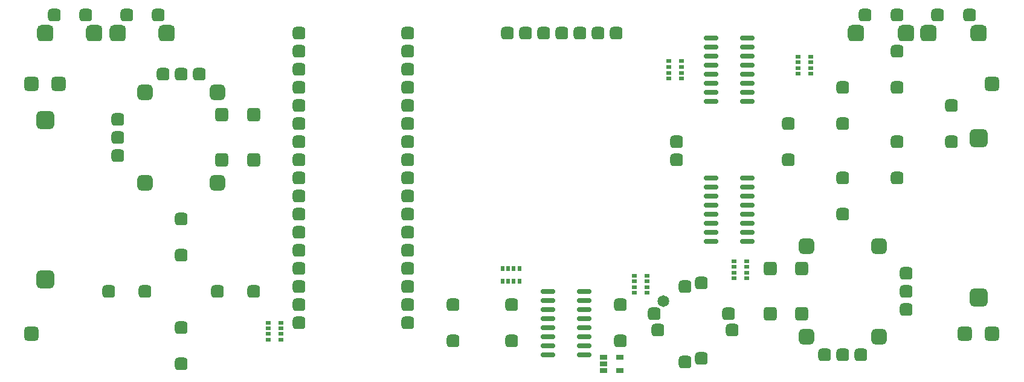
<source format=gbr>
%TF.GenerationSoftware,KiCad,Pcbnew,7.0.2*%
%TF.CreationDate,2024-04-24T22:24:52-04:00*%
%TF.ProjectId,MK2_1,4d4b325f-312e-46b6-9963-61645f706362,1*%
%TF.SameCoordinates,Original*%
%TF.FileFunction,Soldermask,Top*%
%TF.FilePolarity,Negative*%
%FSLAX45Y45*%
G04 Gerber Fmt 4.5, Leading zero omitted, Abs format (unit mm)*
G04 Created by KiCad (PCBNEW 7.0.2) date 2024-04-24 22:24:52*
%MOMM*%
%LPD*%
G01*
G04 APERTURE LIST*
G04 Aperture macros list*
%AMRoundRect*
0 Rectangle with rounded corners*
0 $1 Rounding radius*
0 $2 $3 $4 $5 $6 $7 $8 $9 X,Y pos of 4 corners*
0 Add a 4 corners polygon primitive as box body*
4,1,4,$2,$3,$4,$5,$6,$7,$8,$9,$2,$3,0*
0 Add four circle primitives for the rounded corners*
1,1,$1+$1,$2,$3*
1,1,$1+$1,$4,$5*
1,1,$1+$1,$6,$7*
1,1,$1+$1,$8,$9*
0 Add four rect primitives between the rounded corners*
20,1,$1+$1,$2,$3,$4,$5,0*
20,1,$1+$1,$4,$5,$6,$7,0*
20,1,$1+$1,$6,$7,$8,$9,0*
20,1,$1+$1,$8,$9,$2,$3,0*%
G04 Aperture macros list end*
%ADD10RoundRect,0.158750X-0.857250X-0.158750X0.857250X-0.158750X0.857250X0.158750X-0.857250X0.158750X0*%
%ADD11R,0.762000X0.508000*%
%ADD12R,0.508000X0.762000*%
%ADD13R,1.016000X0.635000*%
%ADD14RoundRect,0.571500X0.571500X-0.571500X0.571500X0.571500X-0.571500X0.571500X-0.571500X-0.571500X0*%
%ADD15RoundRect,0.444500X-0.444500X-0.444500X0.444500X-0.444500X0.444500X0.444500X-0.444500X0.444500X0*%
%ADD16RoundRect,0.444500X0.444500X-0.444500X0.444500X0.444500X-0.444500X0.444500X-0.444500X-0.444500X0*%
%ADD17RoundRect,0.508000X-0.508000X-0.508000X0.508000X-0.508000X0.508000X0.508000X-0.508000X0.508000X0*%
%ADD18RoundRect,0.539750X-0.539750X-0.539750X0.539750X-0.539750X0.539750X0.539750X-0.539750X0.539750X0*%
%ADD19RoundRect,0.476250X-0.476250X-0.476250X0.476250X-0.476250X0.476250X0.476250X-0.476250X0.476250X0*%
%ADD20RoundRect,0.635000X-0.635000X-0.635000X0.635000X-0.635000X0.635000X0.635000X-0.635000X0.635000X0*%
%ADD21RoundRect,0.508000X-0.508000X0.508000X-0.508000X-0.508000X0.508000X-0.508000X0.508000X0.508000X0*%
%ADD22RoundRect,0.508000X0.508000X0.508000X-0.508000X0.508000X-0.508000X-0.508000X0.508000X-0.508000X0*%
%ADD23RoundRect,0.635000X0.635000X0.635000X-0.635000X0.635000X-0.635000X-0.635000X0.635000X-0.635000X0*%
%ADD24RoundRect,0.444500X0.444500X0.444500X-0.444500X0.444500X-0.444500X-0.444500X0.444500X-0.444500X0*%
%ADD25RoundRect,0.508000X0.508000X-0.508000X0.508000X0.508000X-0.508000X0.508000X-0.508000X-0.508000X0*%
%ADD26RoundRect,0.444500X-0.444500X0.444500X-0.444500X-0.444500X0.444500X-0.444500X0.444500X0.444500X0*%
%ADD27C,1.651000*%
G04 APERTURE END LIST*
D10*
%TO.C,C2*%
X13779500Y-2857500D03*
X13779500Y-2984500D03*
X13779500Y-3111500D03*
X13779500Y-3238500D03*
X13779500Y-3365500D03*
X13779500Y-3492500D03*
X13779500Y-3619500D03*
X13779500Y-3746500D03*
X14287500Y-3746500D03*
X14287500Y-3619500D03*
X14287500Y-3492500D03*
X14287500Y-3365500D03*
X14287500Y-3238500D03*
X14287500Y-3111500D03*
X14287500Y-2984500D03*
X14287500Y-2857500D03*
%TD*%
%TO.C,C1*%
X11493500Y-6413500D03*
X11493500Y-6540500D03*
X11493500Y-6667500D03*
X11493500Y-6794500D03*
X11493500Y-6921500D03*
X11493500Y-7048500D03*
X11493500Y-7175500D03*
X11493500Y-7302500D03*
X12001500Y-7302500D03*
X12001500Y-7175500D03*
X12001500Y-7048500D03*
X12001500Y-6921500D03*
X12001500Y-6794500D03*
X12001500Y-6667500D03*
X12001500Y-6540500D03*
X12001500Y-6413500D03*
%TD*%
%TO.C,C3*%
X13779500Y-4826000D03*
X13779500Y-4953000D03*
X13779500Y-5080000D03*
X13779500Y-5207000D03*
X13779500Y-5334000D03*
X13779500Y-5461000D03*
X13779500Y-5588000D03*
X13779500Y-5715000D03*
X14287500Y-5715000D03*
X14287500Y-5588000D03*
X14287500Y-5461000D03*
X14287500Y-5334000D03*
X14287500Y-5207000D03*
X14287500Y-5080000D03*
X14287500Y-4953000D03*
X14287500Y-4826000D03*
%TD*%
D11*
%TO.C,REF\u002A\u002A*%
X13182600Y-3181350D03*
X13182600Y-3263900D03*
X13182600Y-3346450D03*
X13182600Y-3422650D03*
X13360400Y-3422650D03*
X13360400Y-3346450D03*
X13360400Y-3263900D03*
X13360400Y-3181350D03*
%TD*%
%TO.C,REF\u002A\u002A*%
X14998700Y-3117850D03*
X14998700Y-3200400D03*
X14998700Y-3282950D03*
X14998700Y-3359150D03*
X15176500Y-3359150D03*
X15176500Y-3282950D03*
X15176500Y-3200400D03*
X15176500Y-3117850D03*
%TD*%
%TO.C,REF\u002A\u002A*%
X7747000Y-7092950D03*
X7747000Y-7010400D03*
X7747000Y-6927850D03*
X7747000Y-6851650D03*
X7569200Y-6851650D03*
X7569200Y-6927850D03*
X7569200Y-7010400D03*
X7569200Y-7092950D03*
%TD*%
%TO.C,REF\u002A\u002A*%
X12700000Y-6191250D03*
X12700000Y-6273800D03*
X12700000Y-6356350D03*
X12700000Y-6432550D03*
X12877800Y-6432550D03*
X12877800Y-6356350D03*
X12877800Y-6273800D03*
X12877800Y-6191250D03*
%TD*%
D12*
%TO.C,REF\u002A\u002A*%
X11093450Y-6096000D03*
X11010900Y-6096000D03*
X10928350Y-6096000D03*
X10852150Y-6096000D03*
X10852150Y-6273800D03*
X10928350Y-6273800D03*
X11010900Y-6273800D03*
X11093450Y-6273800D03*
%TD*%
D13*
%TO.C,REF\u002A\u002A*%
X12268200Y-7334250D03*
X12268200Y-7429500D03*
X12268200Y-7524750D03*
X12496800Y-7524750D03*
X12496800Y-7334250D03*
%TD*%
D11*
%TO.C,REF\u002A\u002A*%
X14097000Y-5988050D03*
X14097000Y-6070600D03*
X14097000Y-6153150D03*
X14097000Y-6229350D03*
X14274800Y-6229350D03*
X14274800Y-6153150D03*
X14274800Y-6070600D03*
X14274800Y-5988050D03*
%TD*%
D14*
%TO.C,G0*%
X5461000Y-2794000D03*
%TD*%
%TO.C,G0*%
X15811500Y-2794000D03*
%TD*%
D15*
%TO.C,AM0*%
X8001000Y-3048000D03*
X8001000Y-5588000D03*
X8001000Y-3556000D03*
X8001000Y-3810000D03*
X8001000Y-4064000D03*
X8001000Y-4318000D03*
X8001000Y-4572000D03*
X8001000Y-4826000D03*
X8001000Y-3302000D03*
X8001000Y-6604000D03*
X9525000Y-5334000D03*
X9525000Y-5080000D03*
X9525000Y-4826000D03*
X9525000Y-4572000D03*
X9525000Y-4318000D03*
X9525000Y-4064000D03*
X9525000Y-3810000D03*
X9525000Y-3556000D03*
X9525000Y-3302000D03*
X9525000Y-3048000D03*
X9525000Y-2794000D03*
X8001000Y-2794000D03*
X9525000Y-6858000D03*
X9525000Y-6604000D03*
X8001000Y-6096000D03*
D16*
X9525000Y-5588000D03*
D15*
X8001000Y-5080000D03*
X8001000Y-5334000D03*
X8001000Y-5842000D03*
X9525000Y-5842000D03*
D16*
X9525000Y-6096000D03*
D15*
X8001000Y-6858000D03*
X9525000Y-6350000D03*
X8001000Y-6350000D03*
%TD*%
D17*
%TO.C,P0*%
X4635500Y-3505200D03*
%TD*%
D18*
%TO.C,G0*%
X16129000Y-5778500D03*
%TD*%
%TO.C,G0*%
X6858000Y-4889500D03*
%TD*%
D16*
%TO.C,P0*%
X5461000Y-4000500D03*
%TD*%
%TO.C,P0*%
X12446000Y-2794000D03*
%TD*%
D19*
%TO.C,P0*%
X14605000Y-6096000D03*
%TD*%
D16*
%TO.C,P0*%
X13411200Y-7404100D03*
%TD*%
D15*
%TO.C,B0*%
X6350000Y-5397500D03*
X6350000Y-5905500D03*
%TD*%
%TO.C,B0*%
X12509500Y-6604000D03*
X12509500Y-7112000D03*
%TD*%
D16*
%TO.C,P0*%
X13296900Y-4572000D03*
%TD*%
D20*
%TO.C,G0*%
X4445000Y-6248400D03*
%TD*%
%TO.C,G0*%
X4445000Y-4013200D03*
%TD*%
D21*
%TO.C,P0*%
X17716500Y-7010400D03*
%TD*%
D22*
%TO.C,P0*%
X17335500Y-7010400D03*
%TD*%
%TO.C,P0*%
X17716500Y-3505200D03*
%TD*%
D23*
%TO.C,G0*%
X17526000Y-6502400D03*
%TD*%
%TO.C,G0*%
X17526000Y-4267200D03*
%TD*%
D24*
%TO.C,B0*%
X15621000Y-5334000D03*
X15621000Y-4826000D03*
%TD*%
D16*
%TO.C,P0*%
X11938000Y-2794000D03*
%TD*%
D19*
%TO.C,P0*%
X7366000Y-3937000D03*
%TD*%
D16*
%TO.C,P0*%
X5461000Y-4254500D03*
%TD*%
D19*
%TO.C,P0*%
X6921500Y-4572000D03*
%TD*%
D15*
%TO.C,B0*%
X16383000Y-4318000D03*
X16383000Y-4826000D03*
%TD*%
D19*
%TO.C,P0*%
X14605000Y-6731000D03*
%TD*%
D16*
%TO.C,P0*%
X13639800Y-7353300D03*
%TD*%
D19*
%TO.C,P0*%
X7366000Y-4572000D03*
%TD*%
D15*
%TO.C,B0*%
X10160000Y-6604000D03*
X10160000Y-7112000D03*
%TD*%
D16*
%TO.C,P0*%
X13030200Y-6959600D03*
%TD*%
D19*
%TO.C,P0*%
X15049500Y-6731000D03*
%TD*%
D16*
%TO.C,P0*%
X5588000Y-2540000D03*
%TD*%
%TO.C,P0*%
X11430000Y-2794000D03*
%TD*%
%TO.C,P0*%
X16510000Y-6667500D03*
%TD*%
%TO.C,P0*%
X6032500Y-2540000D03*
%TD*%
D17*
%TO.C,P0*%
X4254500Y-7010400D03*
%TD*%
D15*
%TO.C,B0*%
X17145000Y-3810000D03*
X17145000Y-4318000D03*
%TD*%
D24*
%TO.C,B0*%
X6350000Y-7429500D03*
X6350000Y-6921500D03*
%TD*%
D16*
%TO.C,P0*%
X12979400Y-6731000D03*
%TD*%
%TO.C,P0*%
X11176000Y-2794000D03*
%TD*%
D19*
%TO.C,P0*%
X15049500Y-6096000D03*
%TD*%
D16*
%TO.C,P0*%
X6350000Y-3365500D03*
%TD*%
%TO.C,P0*%
X16383000Y-2540000D03*
%TD*%
%TO.C,P0*%
X14071600Y-6959600D03*
%TD*%
%TO.C,P0*%
X15621000Y-7302500D03*
%TD*%
%TO.C,P0*%
X11684000Y-2794000D03*
%TD*%
D18*
%TO.C,G0*%
X15113000Y-5778500D03*
%TD*%
D16*
%TO.C,P0*%
X16954500Y-2540000D03*
%TD*%
D14*
%TO.C,G0*%
X16827500Y-2794000D03*
%TD*%
D16*
%TO.C,P0*%
X15367000Y-7302500D03*
%TD*%
D18*
%TO.C,G0*%
X15113000Y-7048500D03*
%TD*%
D14*
%TO.C,G0*%
X17526000Y-2794000D03*
%TD*%
%TO.C,G0*%
X4445000Y-2794000D03*
%TD*%
D16*
%TO.C,P0*%
X5461000Y-4508500D03*
%TD*%
%TO.C,P0*%
X17399000Y-2540000D03*
%TD*%
D15*
%TO.C,B0*%
X14859000Y-4064000D03*
X14859000Y-4572000D03*
%TD*%
%TO.C,B0*%
X15621000Y-3556000D03*
X15621000Y-4064000D03*
%TD*%
D16*
%TO.C,P0*%
X15938500Y-2540000D03*
%TD*%
D19*
%TO.C,P0*%
X6921500Y-3937000D03*
%TD*%
D16*
%TO.C,P0*%
X14020800Y-6731000D03*
%TD*%
D18*
%TO.C,G0*%
X5842000Y-4889500D03*
%TD*%
D14*
%TO.C,G0*%
X6146800Y-2794000D03*
%TD*%
D16*
%TO.C,P0*%
X4572000Y-2540000D03*
%TD*%
D15*
%TO.C,B0*%
X16383000Y-3048000D03*
X16383000Y-3556000D03*
%TD*%
D18*
%TO.C,G0*%
X16129000Y-7048500D03*
%TD*%
D16*
%TO.C,P0*%
X6096000Y-3365500D03*
%TD*%
%TO.C,P0*%
X13639800Y-6299200D03*
%TD*%
%TO.C,P0*%
X5016500Y-2540000D03*
%TD*%
D25*
%TO.C,P0*%
X4254500Y-3505200D03*
%TD*%
D16*
%TO.C,P0*%
X13296900Y-4318000D03*
%TD*%
%TO.C,P0*%
X10922000Y-2794000D03*
%TD*%
%TO.C,P0*%
X6604000Y-3365500D03*
%TD*%
%TO.C,P0*%
X16510000Y-6413500D03*
%TD*%
%TO.C,B0*%
X5334000Y-6413500D03*
X5842000Y-6413500D03*
%TD*%
D18*
%TO.C,G0*%
X6858000Y-3619500D03*
%TD*%
D16*
%TO.C,P0*%
X12192000Y-2794000D03*
%TD*%
%TO.C,P0*%
X13411200Y-6350000D03*
%TD*%
%TO.C,P0*%
X16510000Y-6159500D03*
%TD*%
D26*
%TO.C,B0*%
X7366000Y-6413500D03*
X6858000Y-6413500D03*
%TD*%
D14*
%TO.C,G0*%
X16510000Y-2794000D03*
%TD*%
%TO.C,G0*%
X5130800Y-2794000D03*
%TD*%
D27*
%TO.C,P0*%
X13106400Y-6553200D03*
%TD*%
D16*
%TO.C,P0*%
X15875000Y-7302500D03*
%TD*%
D15*
%TO.C,B0*%
X10985500Y-6604000D03*
X10985500Y-7112000D03*
%TD*%
D18*
%TO.C,G0*%
X5842000Y-3619500D03*
%TD*%
M02*

</source>
